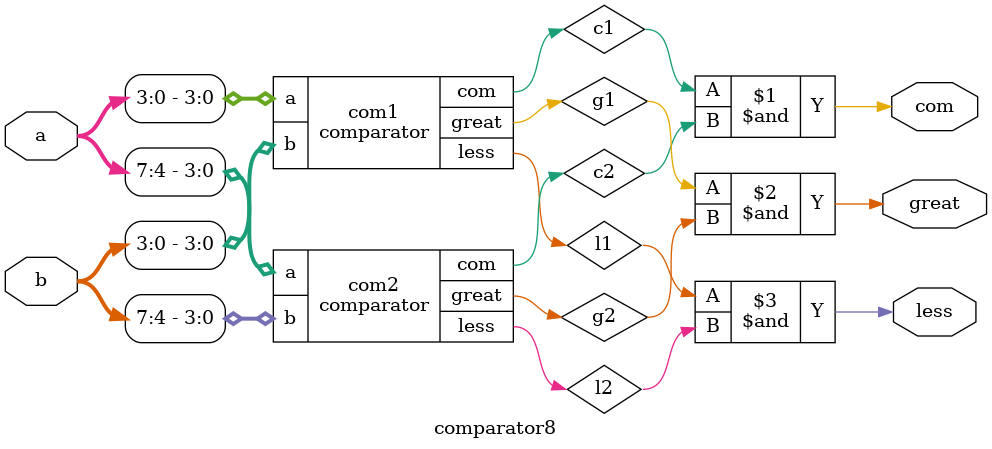
<source format=v>
module  comparator(
  input [3:0]a,b,
  output com,great,less
);
  
    
  assign com   = a==b;
  assign great = a>b ;
  assign less  = a<b ; 
  
  
endmodule

module comparator8(
  input [7:0]a,b,
  output com,great,less
);
  wire c1,c2,g1,g2,l1,l2;
  
  comparator com1(.a(a[3:0]),.b(b[3:0]),.com(c1),.great(g1),.less(l1) );
  comparator com2(.a(a[7:4]),.b(b[7:4]),.com(c2),.great(g2),.less(l2) );
  
  assign com  = c1&c2;
  assign great= g1&g2;
  assign less = l1&l2;
  
endmodule

</source>
